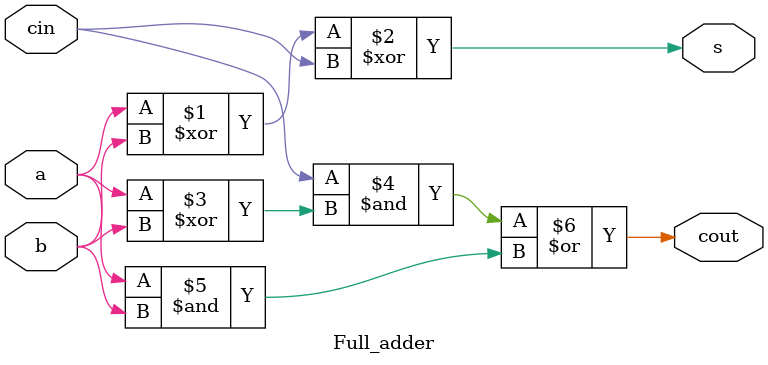
<source format=v>
`timescale 1ns / 1ps


module Full_adder(
input a,b,cin,
output s,cout
);
assign s = a^b^cin;
// this is cout from kmap
//assign cout = (a&b)|(a&cin)|(b&cin); 
assign cout = cin &(a^b) | a&b;  
endmodule

</source>
